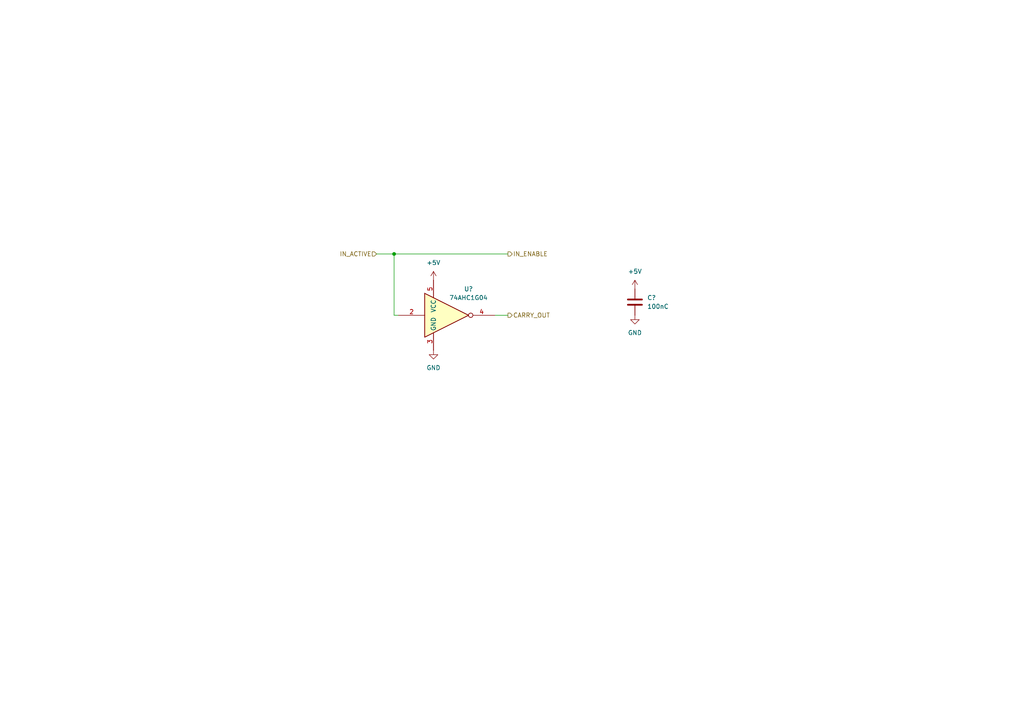
<source format=kicad_sch>
(kicad_sch (version 20230121) (generator eeschema)
  (paper "A4")
  (lib_symbols
    (symbol "74xGxx:74AHC1G04"
      (property "Reference" "U" (at -2.54 3.81 0))
      (property "Value" "74AHC1G04" (at 0 -3.81 0))
      (symbol "74AHC1G04_0_1"
        (polyline (pts (xy -7.62 6.35) (xy -7.62 -6.35) (xy 5.08 0) (xy -7.62 6.35)) (stroke (width 0.254)) (fill (type background)))
      )
      (symbol "74AHC1G04_1_1"
        (pin input line (at -15.24 0 0) (length 7.62) (name "~") (number "2"))
        (pin power_in line (at -5.08 -10.16 90) (length 5.08) (name "GND") (number "3"))
        (pin output inverted (at 12.7 0 180) (length 7.62) (name "~") (number "4"))
        (pin power_in line (at -5.08 10.16 270) (length 5.08) (name "VCC") (number "5"))
      )
    )
    (symbol "Device:C" (pin_numbers hide) (pin_names (offset 0.254))
      (property "Reference" "C" (at 0.635 2.54 0))
      (property "Value" "C" (at 0.635 -2.54 0))
      (symbol "C_0_1"
        (polyline (pts (xy -2.032 -0.762) (xy 2.032 -0.762)) (stroke (width 0.508)))
        (polyline (pts (xy -2.032 0.762) (xy 2.032 0.762)) (stroke (width 0.508)))
      )
      (symbol "C_1_1"
        (pin passive line (at 0 3.81 270) (length 2.794) (name "~") (number "1"))
        (pin passive line (at 0 -3.81 90) (length 2.794) (name "~") (number "2"))
      )
    )
    (symbol "power:+5V" (power) (pin_names (offset 0))
      (property "Value" "+5V" (at 0 3.556 0))
      (symbol "+5V_0_1"
        (polyline (pts (xy -0.762 1.27) (xy 0 2.54)))
        (polyline (pts (xy 0 0) (xy 0 2.54)))
        (polyline (pts (xy 0 2.54) (xy 0.762 1.27)))
      )
      (symbol "+5V_1_1"
        (pin power_in line (at 0 0 90) (length 0) hide (name "+5V") (number "1"))
      )
    )
    (symbol "power:GND" (power) (pin_names (offset 0))
      (property "Value" "GND" (at 0 -3.81 0))
      (symbol "GND_0_1"
        (polyline (pts (xy 0 0) (xy 0 -1.27) (xy 1.27 -1.27) (xy 0 -2.54) (xy -1.27 -1.27) (xy 0 -1.27)))
      )
      (symbol "GND_1_1"
        (pin power_in line (at 0 0 270) (length 0) hide (name "GND") (number "1"))
      )
    )
  )
  (junction (at 114.3 73.66))
  (wire (pts (xy 115.57 91.44) (xy 114.3 91.44)))
  (wire (pts (xy 143.51 91.44) (xy 147.32 91.44)))
  (wire (pts (xy 109.22 73.66) (xy 114.3 73.66)))
  (wire (pts (xy 114.3 73.66) (xy 147.32 73.66)))
  (wire (pts (xy 114.3 91.44) (xy 114.3 73.66)))
  (hierarchical_label "CARRY_OUT" (shape output) (at 147.32 91.44 0))
  (hierarchical_label "IN_ACTIVE" (shape input) (at 109.22 73.66 180))
  (hierarchical_label "IN_ENABLE" (shape output) (at 147.32 73.66 0))
  (symbol (lib_id "power:+5V") (at 125.73 81.28 0) (unit 1)
    (property "Reference" "#PWR?" (effects hide))
    (property "Value" "+5V" (at 125.73 76.2 0))
    (instances (project "SCART_switcher" (path "" (reference "#PWR?") (unit 1)) (path "" (reference "#PWR?") (unit 1)) (path "" (reference "#PWR?") (unit 1)) (path "" (reference "#PWR?") (unit 1)) (path "" (reference "#PWR?") (unit 1)) (path "" (reference "#PWR?") (unit 1)) (path "" (reference "#PWR?") (unit 1)) (path "" (reference "#PWR?") (unit 1)) (path "" (reference "#PWR?") (unit 1)) (path "" (reference "#PWR?") (unit 1)) (path "" (reference "#PWR?") (unit 1)) (path "" (reference "#PWR0298") (unit 1))))
  )
  (symbol (lib_id "Device:C") (at 184.15 87.63 0) (unit 1)
    (property "Reference" "C?" (at 187.706 86.36 0) (effects (justify left)))
    (property "Value" "100nC" (at 187.706 88.9 0) (effects (justify left)))
    (property "Footprint" "Capacitor_SMD:C_0805_2012Metric_Pad1.18x1.45mm_HandSolder" (effects hide))
    (property "Datasheet" "https://datasheet.lcsc.com/lcsc/1810191215_Samsung-Electro-Mechanics-CL21B104KBCNNNC_C1711.pdf" (effects hide))
    (property "MPN" "CL21B104KBCNNNC" (effects hide))
    (instances (project "SCART_switcher" (path "" (reference "C?") (unit 1)) (path "" (reference "C?") (unit 1)) (path "" (reference "C?") (unit 1)) (path "" (reference "C?") (unit 1)) (path "" (reference "C?") (unit 1)) (path "" (reference "C?") (unit 1)) (path "" (reference "C?") (unit 1)) (path "" (reference "C?") (unit 1)) (path "" (reference "C?") (unit 1)) (path "" (reference "C?") (unit 1)) (path "" (reference "C?") (unit 1)) (path "" (reference "C?") (unit 1)) (path "" (reference "C?") (unit 1)) (path "" (reference "C?") (unit 1)) (path "" (reference "C?") (unit 1)) (path "" (reference "C?") (unit 1)) (path "" (reference "C?") (unit 1)) (path "" (reference "C?") (unit 1)) (path "" (reference "C39") (unit 1))))
  )
  (symbol (lib_id "power:+5V") (at 184.15 83.82 0) (unit 1)
    (property "Reference" "#PWR?" (effects hide))
    (property "Value" "+5V" (at 184.15 78.74 0))
    (instances (project "SCART_switcher" (path "" (reference "#PWR?") (unit 1)) (path "" (reference "#PWR?") (unit 1)) (path "" (reference "#PWR?") (unit 1)) (path "" (reference "#PWR?") (unit 1)) (path "" (reference "#PWR?") (unit 1)) (path "" (reference "#PWR?") (unit 1)) (path "" (reference "#PWR?") (unit 1)) (path "" (reference "#PWR?") (unit 1)) (path "" (reference "#PWR?") (unit 1)) (path "" (reference "#PWR?") (unit 1)) (path "" (reference "#PWR?") (unit 1)) (path "" (reference "#PWR0300") (unit 1))))
  )
  (symbol (lib_id "power:GND") (at 125.73 101.6 0) (unit 1)
    (property "Reference" "#PWR?" (effects hide))
    (property "Value" "GND" (at 125.73 106.68 0))
    (instances (project "SCART_switcher" (path "" (reference "#PWR?") (unit 1)) (path "" (reference "#PWR?") (unit 1)) (path "" (reference "#PWR?") (unit 1)) (path "" (reference "#PWR?") (unit 1)) (path "" (reference "#PWR?") (unit 1)) (path "" (reference "#PWR?") (unit 1)) (path "" (reference "#PWR?") (unit 1)) (path "" (reference "#PWR?") (unit 1)) (path "" (reference "#PWR?") (unit 1)) (path "" (reference "#PWR?") (unit 1)) (path "" (reference "#PWR0299") (unit 1))))
  )
  (symbol (lib_id "74xGxx:74AHC1G04") (at 130.81 91.44 0) (unit 1)
    (property "Reference" "U?" (at 135.89 83.82 0))
    (property "Value" "74AHC1G04" (at 135.89 86.36 0))
    (property "Footprint" "Package_TO_SOT_SMD:SOT-23-5" (effects hide))
    (property "Datasheet" "https://datasheet.lcsc.com/lcsc/1912111437_Diodes-Incorporated-74AHC1G04W5-7_C460486.pdf" (effects hide))
    (property "MFN" "74AHC1G04W5-7" (effects hide))
    (instances (project "SCART_switcher" (path "" (reference "U?") (unit 1)) (path "" (reference "U?") (unit 1)) (path "" (reference "U?") (unit 1)) (path "" (reference "U?") (unit 1)) (path "" (reference "U?") (unit 1)) (path "" (reference "U?") (unit 1)) (path "" (reference "U?") (unit 1)) (path "" (reference "U?") (unit 1)) (path "" (reference "U?") (unit 1)) (path "" (reference "U39") (unit 1))))
  )
  (symbol (lib_id "power:GND") (at 184.15 91.44 0) (unit 1)
    (property "Reference" "#PWR?" (effects hide))
    (property "Value" "GND" (at 184.15 96.52 0))
    (instances (project "SCART_switcher" (path "" (reference "#PWR?") (unit 1)) (path "" (reference "#PWR?") (unit 1)) (path "" (reference "#PWR?") (unit 1)) (path "" (reference "#PWR?") (unit 1)) (path "" (reference "#PWR?") (unit 1)) (path "" (reference "#PWR?") (unit 1)) (path "" (reference "#PWR?") (unit 1)) (path "" (reference "#PWR?") (unit 1)) (path "" (reference "#PWR?") (unit 1)) (path "" (reference "#PWR?") (unit 1)) (path "" (reference "#PWR?") (unit 1)) (path "" (reference "#PWR?") (unit 1)) (path "" (reference "#PWR?") (unit 1)) (path "" (reference "#PWR?") (unit 1)) (path "" (reference "#PWR?") (unit 1)) (path "" (reference "#PWR?") (unit 1)) (path "" (reference "#PWR?") (unit 1)) (path "" (reference "#PWR?") (unit 1)) (path "" (reference "#PWR0301") (unit 1))))
  )
)
</source>
